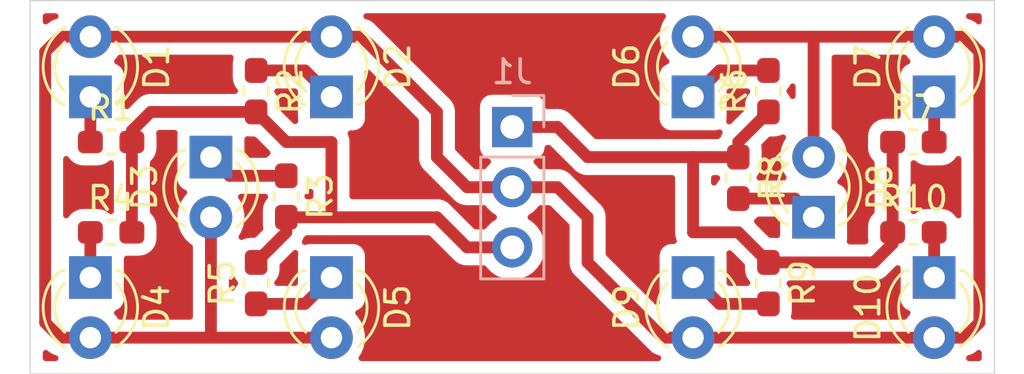
<source format=kicad_pcb>
(kicad_pcb (version 20171130) (host pcbnew "(5.1.5)-3")

  (general
    (thickness 1.6)
    (drawings 4)
    (tracks 72)
    (zones 0)
    (modules 21)
    (nets 14)
  )

  (page A4)
  (layers
    (0 F.Cu signal)
    (31 B.Cu signal)
    (32 B.Adhes user)
    (33 F.Adhes user)
    (34 B.Paste user)
    (35 F.Paste user)
    (36 B.SilkS user)
    (37 F.SilkS user)
    (38 B.Mask user)
    (39 F.Mask user)
    (40 Dwgs.User user)
    (41 Cmts.User user)
    (42 Eco1.User user)
    (43 Eco2.User user)
    (44 Edge.Cuts user)
    (45 Margin user)
    (46 B.CrtYd user)
    (47 F.CrtYd user)
    (48 B.Fab user)
    (49 F.Fab user)
  )

  (setup
    (last_trace_width 0.5)
    (user_trace_width 0.35)
    (user_trace_width 0.5)
    (trace_clearance 0.2)
    (zone_clearance 0.508)
    (zone_45_only no)
    (trace_min 0.2)
    (via_size 0.8)
    (via_drill 0.4)
    (via_min_size 0.4)
    (via_min_drill 0.3)
    (uvia_size 0.3)
    (uvia_drill 0.1)
    (uvias_allowed no)
    (uvia_min_size 0.2)
    (uvia_min_drill 0.1)
    (edge_width 0.05)
    (segment_width 0.2)
    (pcb_text_width 0.3)
    (pcb_text_size 1.5 1.5)
    (mod_edge_width 0.12)
    (mod_text_size 1 1)
    (mod_text_width 0.15)
    (pad_size 1.524 1.524)
    (pad_drill 0.762)
    (pad_to_mask_clearance 0.051)
    (solder_mask_min_width 0.25)
    (aux_axis_origin 0 0)
    (visible_elements 7FFFFFFF)
    (pcbplotparams
      (layerselection 0x010fc_ffffffff)
      (usegerberextensions false)
      (usegerberattributes false)
      (usegerberadvancedattributes false)
      (creategerberjobfile false)
      (excludeedgelayer true)
      (linewidth 0.100000)
      (plotframeref false)
      (viasonmask false)
      (mode 1)
      (useauxorigin false)
      (hpglpennumber 1)
      (hpglpenspeed 20)
      (hpglpendiameter 15.000000)
      (psnegative false)
      (psa4output false)
      (plotreference true)
      (plotvalue true)
      (plotinvisibletext false)
      (padsonsilk false)
      (subtractmaskfromsilk false)
      (outputformat 1)
      (mirror false)
      (drillshape 1)
      (scaleselection 1)
      (outputdirectory ""))
  )

  (net 0 "")
  (net 1 "Net-(D1-Pad2)")
  (net 2 "Net-(D1-Pad1)")
  (net 3 "Net-(D2-Pad1)")
  (net 4 "Net-(D3-Pad1)")
  (net 5 "Net-(D4-Pad1)")
  (net 6 "Net-(D5-Pad1)")
  (net 7 "Net-(D6-Pad1)")
  (net 8 "Net-(D7-Pad1)")
  (net 9 "Net-(D8-Pad1)")
  (net 10 "Net-(D9-Pad1)")
  (net 11 "Net-(D10-Pad1)")
  (net 12 "Net-(J1-Pad3)")
  (net 13 "Net-(J1-Pad1)")

  (net_class Default "This is the default net class."
    (clearance 0.2)
    (trace_width 0.25)
    (via_dia 0.8)
    (via_drill 0.4)
    (uvia_dia 0.3)
    (uvia_drill 0.1)
    (add_net "Net-(D1-Pad1)")
    (add_net "Net-(D1-Pad2)")
    (add_net "Net-(D10-Pad1)")
    (add_net "Net-(D2-Pad1)")
    (add_net "Net-(D3-Pad1)")
    (add_net "Net-(D4-Pad1)")
    (add_net "Net-(D5-Pad1)")
    (add_net "Net-(D6-Pad1)")
    (add_net "Net-(D7-Pad1)")
    (add_net "Net-(D8-Pad1)")
    (add_net "Net-(D9-Pad1)")
    (add_net "Net-(J1-Pad1)")
    (add_net "Net-(J1-Pad3)")
  )

  (module Resistor_SMD:R_0603_1608Metric_Pad1.05x0.95mm_HandSolder (layer F.Cu) (tedit 5B301BBD) (tstamp 5EAB8F91)
    (at 154.065 94.615)
    (descr "Resistor SMD 0603 (1608 Metric), square (rectangular) end terminal, IPC_7351 nominal with elongated pad for handsoldering. (Body size source: http://www.tortai-tech.com/upload/download/2011102023233369053.pdf), generated with kicad-footprint-generator")
    (tags "resistor handsolder")
    (path /5DEA3CFE)
    (attr smd)
    (fp_text reference R10 (at 0 -1.43) (layer F.SilkS)
      (effects (font (size 1 1) (thickness 0.15)))
    )
    (fp_text value 1k (at 0 1.43) (layer F.Fab)
      (effects (font (size 1 1) (thickness 0.15)))
    )
    (fp_text user %R (at 0 0) (layer F.Fab)
      (effects (font (size 0.4 0.4) (thickness 0.06)))
    )
    (fp_line (start 1.65 0.73) (end -1.65 0.73) (layer F.CrtYd) (width 0.05))
    (fp_line (start 1.65 -0.73) (end 1.65 0.73) (layer F.CrtYd) (width 0.05))
    (fp_line (start -1.65 -0.73) (end 1.65 -0.73) (layer F.CrtYd) (width 0.05))
    (fp_line (start -1.65 0.73) (end -1.65 -0.73) (layer F.CrtYd) (width 0.05))
    (fp_line (start -0.171267 0.51) (end 0.171267 0.51) (layer F.SilkS) (width 0.12))
    (fp_line (start -0.171267 -0.51) (end 0.171267 -0.51) (layer F.SilkS) (width 0.12))
    (fp_line (start 0.8 0.4) (end -0.8 0.4) (layer F.Fab) (width 0.1))
    (fp_line (start 0.8 -0.4) (end 0.8 0.4) (layer F.Fab) (width 0.1))
    (fp_line (start -0.8 -0.4) (end 0.8 -0.4) (layer F.Fab) (width 0.1))
    (fp_line (start -0.8 0.4) (end -0.8 -0.4) (layer F.Fab) (width 0.1))
    (pad 2 smd roundrect (at 0.875 0) (size 1.05 0.95) (layers F.Cu F.Paste F.Mask) (roundrect_rratio 0.25)
      (net 11 "Net-(D10-Pad1)"))
    (pad 1 smd roundrect (at -0.875 0) (size 1.05 0.95) (layers F.Cu F.Paste F.Mask) (roundrect_rratio 0.25)
      (net 13 "Net-(J1-Pad1)"))
    (model ${KISYS3DMOD}/Resistor_SMD.3dshapes/R_0603_1608Metric.wrl
      (at (xyz 0 0 0))
      (scale (xyz 1 1 1))
      (rotate (xyz 0 0 0))
    )
  )

  (module Resistor_SMD:R_0603_1608Metric_Pad1.05x0.95mm_HandSolder (layer F.Cu) (tedit 5B301BBD) (tstamp 5EABAE5B)
    (at 147.955 96.76 270)
    (descr "Resistor SMD 0603 (1608 Metric), square (rectangular) end terminal, IPC_7351 nominal with elongated pad for handsoldering. (Body size source: http://www.tortai-tech.com/upload/download/2011102023233369053.pdf), generated with kicad-footprint-generator")
    (tags "resistor handsolder")
    (path /5DEA3CF4)
    (attr smd)
    (fp_text reference R9 (at 0 -1.43 90) (layer F.SilkS)
      (effects (font (size 1 1) (thickness 0.15)))
    )
    (fp_text value 1k (at 0 1.43 90) (layer F.Fab)
      (effects (font (size 1 1) (thickness 0.15)))
    )
    (fp_text user %R (at 0 0 90) (layer F.Fab)
      (effects (font (size 0.4 0.4) (thickness 0.06)))
    )
    (fp_line (start 1.65 0.73) (end -1.65 0.73) (layer F.CrtYd) (width 0.05))
    (fp_line (start 1.65 -0.73) (end 1.65 0.73) (layer F.CrtYd) (width 0.05))
    (fp_line (start -1.65 -0.73) (end 1.65 -0.73) (layer F.CrtYd) (width 0.05))
    (fp_line (start -1.65 0.73) (end -1.65 -0.73) (layer F.CrtYd) (width 0.05))
    (fp_line (start -0.171267 0.51) (end 0.171267 0.51) (layer F.SilkS) (width 0.12))
    (fp_line (start -0.171267 -0.51) (end 0.171267 -0.51) (layer F.SilkS) (width 0.12))
    (fp_line (start 0.8 0.4) (end -0.8 0.4) (layer F.Fab) (width 0.1))
    (fp_line (start 0.8 -0.4) (end 0.8 0.4) (layer F.Fab) (width 0.1))
    (fp_line (start -0.8 -0.4) (end 0.8 -0.4) (layer F.Fab) (width 0.1))
    (fp_line (start -0.8 0.4) (end -0.8 -0.4) (layer F.Fab) (width 0.1))
    (pad 2 smd roundrect (at 0.875 0 270) (size 1.05 0.95) (layers F.Cu F.Paste F.Mask) (roundrect_rratio 0.25)
      (net 10 "Net-(D9-Pad1)"))
    (pad 1 smd roundrect (at -0.875 0 270) (size 1.05 0.95) (layers F.Cu F.Paste F.Mask) (roundrect_rratio 0.25)
      (net 13 "Net-(J1-Pad1)"))
    (model ${KISYS3DMOD}/Resistor_SMD.3dshapes/R_0603_1608Metric.wrl
      (at (xyz 0 0 0))
      (scale (xyz 1 1 1))
      (rotate (xyz 0 0 0))
    )
  )

  (module Resistor_SMD:R_0603_1608Metric_Pad1.05x0.95mm_HandSolder (layer F.Cu) (tedit 5B301BBD) (tstamp 5EABAEED)
    (at 146.685 92.315 270)
    (descr "Resistor SMD 0603 (1608 Metric), square (rectangular) end terminal, IPC_7351 nominal with elongated pad for handsoldering. (Body size source: http://www.tortai-tech.com/upload/download/2011102023233369053.pdf), generated with kicad-footprint-generator")
    (tags "resistor handsolder")
    (path /5DEA3CEA)
    (attr smd)
    (fp_text reference R8 (at 0 -1.43 90) (layer F.SilkS)
      (effects (font (size 1 1) (thickness 0.15)))
    )
    (fp_text value 1k (at 0 1.43 90) (layer F.Fab)
      (effects (font (size 1 1) (thickness 0.15)))
    )
    (fp_text user %R (at 0 0 90) (layer F.Fab)
      (effects (font (size 0.4 0.4) (thickness 0.06)))
    )
    (fp_line (start 1.65 0.73) (end -1.65 0.73) (layer F.CrtYd) (width 0.05))
    (fp_line (start 1.65 -0.73) (end 1.65 0.73) (layer F.CrtYd) (width 0.05))
    (fp_line (start -1.65 -0.73) (end 1.65 -0.73) (layer F.CrtYd) (width 0.05))
    (fp_line (start -1.65 0.73) (end -1.65 -0.73) (layer F.CrtYd) (width 0.05))
    (fp_line (start -0.171267 0.51) (end 0.171267 0.51) (layer F.SilkS) (width 0.12))
    (fp_line (start -0.171267 -0.51) (end 0.171267 -0.51) (layer F.SilkS) (width 0.12))
    (fp_line (start 0.8 0.4) (end -0.8 0.4) (layer F.Fab) (width 0.1))
    (fp_line (start 0.8 -0.4) (end 0.8 0.4) (layer F.Fab) (width 0.1))
    (fp_line (start -0.8 -0.4) (end 0.8 -0.4) (layer F.Fab) (width 0.1))
    (fp_line (start -0.8 0.4) (end -0.8 -0.4) (layer F.Fab) (width 0.1))
    (pad 2 smd roundrect (at 0.875 0 270) (size 1.05 0.95) (layers F.Cu F.Paste F.Mask) (roundrect_rratio 0.25)
      (net 9 "Net-(D8-Pad1)"))
    (pad 1 smd roundrect (at -0.875 0 270) (size 1.05 0.95) (layers F.Cu F.Paste F.Mask) (roundrect_rratio 0.25)
      (net 13 "Net-(J1-Pad1)"))
    (model ${KISYS3DMOD}/Resistor_SMD.3dshapes/R_0603_1608Metric.wrl
      (at (xyz 0 0 0))
      (scale (xyz 1 1 1))
      (rotate (xyz 0 0 0))
    )
  )

  (module Resistor_SMD:R_0603_1608Metric_Pad1.05x0.95mm_HandSolder (layer F.Cu) (tedit 5B301BBD) (tstamp 5EAB9398)
    (at 154.065 90.805)
    (descr "Resistor SMD 0603 (1608 Metric), square (rectangular) end terminal, IPC_7351 nominal with elongated pad for handsoldering. (Body size source: http://www.tortai-tech.com/upload/download/2011102023233369053.pdf), generated with kicad-footprint-generator")
    (tags "resistor handsolder")
    (path /5DEA3CE0)
    (attr smd)
    (fp_text reference R7 (at 0 -1.43) (layer F.SilkS)
      (effects (font (size 1 1) (thickness 0.15)))
    )
    (fp_text value 1k (at 0 1.43) (layer F.Fab)
      (effects (font (size 1 1) (thickness 0.15)))
    )
    (fp_text user %R (at 0 0) (layer F.Fab)
      (effects (font (size 0.4 0.4) (thickness 0.06)))
    )
    (fp_line (start 1.65 0.73) (end -1.65 0.73) (layer F.CrtYd) (width 0.05))
    (fp_line (start 1.65 -0.73) (end 1.65 0.73) (layer F.CrtYd) (width 0.05))
    (fp_line (start -1.65 -0.73) (end 1.65 -0.73) (layer F.CrtYd) (width 0.05))
    (fp_line (start -1.65 0.73) (end -1.65 -0.73) (layer F.CrtYd) (width 0.05))
    (fp_line (start -0.171267 0.51) (end 0.171267 0.51) (layer F.SilkS) (width 0.12))
    (fp_line (start -0.171267 -0.51) (end 0.171267 -0.51) (layer F.SilkS) (width 0.12))
    (fp_line (start 0.8 0.4) (end -0.8 0.4) (layer F.Fab) (width 0.1))
    (fp_line (start 0.8 -0.4) (end 0.8 0.4) (layer F.Fab) (width 0.1))
    (fp_line (start -0.8 -0.4) (end 0.8 -0.4) (layer F.Fab) (width 0.1))
    (fp_line (start -0.8 0.4) (end -0.8 -0.4) (layer F.Fab) (width 0.1))
    (pad 2 smd roundrect (at 0.875 0) (size 1.05 0.95) (layers F.Cu F.Paste F.Mask) (roundrect_rratio 0.25)
      (net 8 "Net-(D7-Pad1)"))
    (pad 1 smd roundrect (at -0.875 0) (size 1.05 0.95) (layers F.Cu F.Paste F.Mask) (roundrect_rratio 0.25)
      (net 13 "Net-(J1-Pad1)"))
    (model ${KISYS3DMOD}/Resistor_SMD.3dshapes/R_0603_1608Metric.wrl
      (at (xyz 0 0 0))
      (scale (xyz 1 1 1))
      (rotate (xyz 0 0 0))
    )
  )

  (module Resistor_SMD:R_0603_1608Metric_Pad1.05x0.95mm_HandSolder (layer F.Cu) (tedit 5B301BBD) (tstamp 5EAB5BD4)
    (at 147.955 88.66 90)
    (descr "Resistor SMD 0603 (1608 Metric), square (rectangular) end terminal, IPC_7351 nominal with elongated pad for handsoldering. (Body size source: http://www.tortai-tech.com/upload/download/2011102023233369053.pdf), generated with kicad-footprint-generator")
    (tags "resistor handsolder")
    (path /5DEA3CD6)
    (attr smd)
    (fp_text reference R6 (at 0 -1.43 90) (layer F.SilkS)
      (effects (font (size 1 1) (thickness 0.15)))
    )
    (fp_text value 1k (at 0 1.43 90) (layer F.Fab)
      (effects (font (size 1 1) (thickness 0.15)))
    )
    (fp_text user %R (at 0 0 90) (layer F.Fab)
      (effects (font (size 0.4 0.4) (thickness 0.06)))
    )
    (fp_line (start 1.65 0.73) (end -1.65 0.73) (layer F.CrtYd) (width 0.05))
    (fp_line (start 1.65 -0.73) (end 1.65 0.73) (layer F.CrtYd) (width 0.05))
    (fp_line (start -1.65 -0.73) (end 1.65 -0.73) (layer F.CrtYd) (width 0.05))
    (fp_line (start -1.65 0.73) (end -1.65 -0.73) (layer F.CrtYd) (width 0.05))
    (fp_line (start -0.171267 0.51) (end 0.171267 0.51) (layer F.SilkS) (width 0.12))
    (fp_line (start -0.171267 -0.51) (end 0.171267 -0.51) (layer F.SilkS) (width 0.12))
    (fp_line (start 0.8 0.4) (end -0.8 0.4) (layer F.Fab) (width 0.1))
    (fp_line (start 0.8 -0.4) (end 0.8 0.4) (layer F.Fab) (width 0.1))
    (fp_line (start -0.8 -0.4) (end 0.8 -0.4) (layer F.Fab) (width 0.1))
    (fp_line (start -0.8 0.4) (end -0.8 -0.4) (layer F.Fab) (width 0.1))
    (pad 2 smd roundrect (at 0.875 0 90) (size 1.05 0.95) (layers F.Cu F.Paste F.Mask) (roundrect_rratio 0.25)
      (net 7 "Net-(D6-Pad1)"))
    (pad 1 smd roundrect (at -0.875 0 90) (size 1.05 0.95) (layers F.Cu F.Paste F.Mask) (roundrect_rratio 0.25)
      (net 13 "Net-(J1-Pad1)"))
    (model ${KISYS3DMOD}/Resistor_SMD.3dshapes/R_0603_1608Metric.wrl
      (at (xyz 0 0 0))
      (scale (xyz 1 1 1))
      (rotate (xyz 0 0 0))
    )
  )

  (module Resistor_SMD:R_0603_1608Metric_Pad1.05x0.95mm_HandSolder (layer F.Cu) (tedit 5B301BBD) (tstamp 5EABAC28)
    (at 126.365 96.76 90)
    (descr "Resistor SMD 0603 (1608 Metric), square (rectangular) end terminal, IPC_7351 nominal with elongated pad for handsoldering. (Body size source: http://www.tortai-tech.com/upload/download/2011102023233369053.pdf), generated with kicad-footprint-generator")
    (tags "resistor handsolder")
    (path /5DEA1ACA)
    (attr smd)
    (fp_text reference R5 (at 0 -1.43 90) (layer F.SilkS)
      (effects (font (size 1 1) (thickness 0.15)))
    )
    (fp_text value 1k (at 0 1.43 90) (layer F.Fab)
      (effects (font (size 1 1) (thickness 0.15)))
    )
    (fp_text user %R (at 0 0 90) (layer F.Fab)
      (effects (font (size 0.4 0.4) (thickness 0.06)))
    )
    (fp_line (start 1.65 0.73) (end -1.65 0.73) (layer F.CrtYd) (width 0.05))
    (fp_line (start 1.65 -0.73) (end 1.65 0.73) (layer F.CrtYd) (width 0.05))
    (fp_line (start -1.65 -0.73) (end 1.65 -0.73) (layer F.CrtYd) (width 0.05))
    (fp_line (start -1.65 0.73) (end -1.65 -0.73) (layer F.CrtYd) (width 0.05))
    (fp_line (start -0.171267 0.51) (end 0.171267 0.51) (layer F.SilkS) (width 0.12))
    (fp_line (start -0.171267 -0.51) (end 0.171267 -0.51) (layer F.SilkS) (width 0.12))
    (fp_line (start 0.8 0.4) (end -0.8 0.4) (layer F.Fab) (width 0.1))
    (fp_line (start 0.8 -0.4) (end 0.8 0.4) (layer F.Fab) (width 0.1))
    (fp_line (start -0.8 -0.4) (end 0.8 -0.4) (layer F.Fab) (width 0.1))
    (fp_line (start -0.8 0.4) (end -0.8 -0.4) (layer F.Fab) (width 0.1))
    (pad 2 smd roundrect (at 0.875 0 90) (size 1.05 0.95) (layers F.Cu F.Paste F.Mask) (roundrect_rratio 0.25)
      (net 12 "Net-(J1-Pad3)"))
    (pad 1 smd roundrect (at -0.875 0 90) (size 1.05 0.95) (layers F.Cu F.Paste F.Mask) (roundrect_rratio 0.25)
      (net 6 "Net-(D5-Pad1)"))
    (model ${KISYS3DMOD}/Resistor_SMD.3dshapes/R_0603_1608Metric.wrl
      (at (xyz 0 0 0))
      (scale (xyz 1 1 1))
      (rotate (xyz 0 0 0))
    )
  )

  (module Resistor_SMD:R_0603_1608Metric_Pad1.05x0.95mm_HandSolder (layer F.Cu) (tedit 5B301BBD) (tstamp 5EABAAA2)
    (at 120.255 94.615)
    (descr "Resistor SMD 0603 (1608 Metric), square (rectangular) end terminal, IPC_7351 nominal with elongated pad for handsoldering. (Body size source: http://www.tortai-tech.com/upload/download/2011102023233369053.pdf), generated with kicad-footprint-generator")
    (tags "resistor handsolder")
    (path /5DEA176E)
    (attr smd)
    (fp_text reference R4 (at 0 -1.43) (layer F.SilkS)
      (effects (font (size 1 1) (thickness 0.15)))
    )
    (fp_text value 1k (at 0 1.43) (layer F.Fab)
      (effects (font (size 1 1) (thickness 0.15)))
    )
    (fp_text user %R (at 0 0) (layer F.Fab)
      (effects (font (size 0.4 0.4) (thickness 0.06)))
    )
    (fp_line (start 1.65 0.73) (end -1.65 0.73) (layer F.CrtYd) (width 0.05))
    (fp_line (start 1.65 -0.73) (end 1.65 0.73) (layer F.CrtYd) (width 0.05))
    (fp_line (start -1.65 -0.73) (end 1.65 -0.73) (layer F.CrtYd) (width 0.05))
    (fp_line (start -1.65 0.73) (end -1.65 -0.73) (layer F.CrtYd) (width 0.05))
    (fp_line (start -0.171267 0.51) (end 0.171267 0.51) (layer F.SilkS) (width 0.12))
    (fp_line (start -0.171267 -0.51) (end 0.171267 -0.51) (layer F.SilkS) (width 0.12))
    (fp_line (start 0.8 0.4) (end -0.8 0.4) (layer F.Fab) (width 0.1))
    (fp_line (start 0.8 -0.4) (end 0.8 0.4) (layer F.Fab) (width 0.1))
    (fp_line (start -0.8 -0.4) (end 0.8 -0.4) (layer F.Fab) (width 0.1))
    (fp_line (start -0.8 0.4) (end -0.8 -0.4) (layer F.Fab) (width 0.1))
    (pad 2 smd roundrect (at 0.875 0) (size 1.05 0.95) (layers F.Cu F.Paste F.Mask) (roundrect_rratio 0.25)
      (net 12 "Net-(J1-Pad3)"))
    (pad 1 smd roundrect (at -0.875 0) (size 1.05 0.95) (layers F.Cu F.Paste F.Mask) (roundrect_rratio 0.25)
      (net 5 "Net-(D4-Pad1)"))
    (model ${KISYS3DMOD}/Resistor_SMD.3dshapes/R_0603_1608Metric.wrl
      (at (xyz 0 0 0))
      (scale (xyz 1 1 1))
      (rotate (xyz 0 0 0))
    )
  )

  (module Resistor_SMD:R_0603_1608Metric_Pad1.05x0.95mm_HandSolder (layer F.Cu) (tedit 5B301BBD) (tstamp 5EAB7C00)
    (at 127.635 93.105 270)
    (descr "Resistor SMD 0603 (1608 Metric), square (rectangular) end terminal, IPC_7351 nominal with elongated pad for handsoldering. (Body size source: http://www.tortai-tech.com/upload/download/2011102023233369053.pdf), generated with kicad-footprint-generator")
    (tags "resistor handsolder")
    (path /5DEA157D)
    (attr smd)
    (fp_text reference R3 (at 0 -1.43 90) (layer F.SilkS)
      (effects (font (size 1 1) (thickness 0.15)))
    )
    (fp_text value 1k (at 0 1.43 90) (layer F.Fab)
      (effects (font (size 1 1) (thickness 0.15)))
    )
    (fp_text user %R (at 0 0 90) (layer F.Fab)
      (effects (font (size 0.4 0.4) (thickness 0.06)))
    )
    (fp_line (start 1.65 0.73) (end -1.65 0.73) (layer F.CrtYd) (width 0.05))
    (fp_line (start 1.65 -0.73) (end 1.65 0.73) (layer F.CrtYd) (width 0.05))
    (fp_line (start -1.65 -0.73) (end 1.65 -0.73) (layer F.CrtYd) (width 0.05))
    (fp_line (start -1.65 0.73) (end -1.65 -0.73) (layer F.CrtYd) (width 0.05))
    (fp_line (start -0.171267 0.51) (end 0.171267 0.51) (layer F.SilkS) (width 0.12))
    (fp_line (start -0.171267 -0.51) (end 0.171267 -0.51) (layer F.SilkS) (width 0.12))
    (fp_line (start 0.8 0.4) (end -0.8 0.4) (layer F.Fab) (width 0.1))
    (fp_line (start 0.8 -0.4) (end 0.8 0.4) (layer F.Fab) (width 0.1))
    (fp_line (start -0.8 -0.4) (end 0.8 -0.4) (layer F.Fab) (width 0.1))
    (fp_line (start -0.8 0.4) (end -0.8 -0.4) (layer F.Fab) (width 0.1))
    (pad 2 smd roundrect (at 0.875 0 270) (size 1.05 0.95) (layers F.Cu F.Paste F.Mask) (roundrect_rratio 0.25)
      (net 12 "Net-(J1-Pad3)"))
    (pad 1 smd roundrect (at -0.875 0 270) (size 1.05 0.95) (layers F.Cu F.Paste F.Mask) (roundrect_rratio 0.25)
      (net 4 "Net-(D3-Pad1)"))
    (model ${KISYS3DMOD}/Resistor_SMD.3dshapes/R_0603_1608Metric.wrl
      (at (xyz 0 0 0))
      (scale (xyz 1 1 1))
      (rotate (xyz 0 0 0))
    )
  )

  (module Resistor_SMD:R_0603_1608Metric_Pad1.05x0.95mm_HandSolder (layer F.Cu) (tedit 5B301BBD) (tstamp 5EAB5B90)
    (at 126.365 88.66 270)
    (descr "Resistor SMD 0603 (1608 Metric), square (rectangular) end terminal, IPC_7351 nominal with elongated pad for handsoldering. (Body size source: http://www.tortai-tech.com/upload/download/2011102023233369053.pdf), generated with kicad-footprint-generator")
    (tags "resistor handsolder")
    (path /5DEA1318)
    (attr smd)
    (fp_text reference R2 (at 0 -1.43 90) (layer F.SilkS)
      (effects (font (size 1 1) (thickness 0.15)))
    )
    (fp_text value 1k (at 0 1.43 90) (layer F.Fab)
      (effects (font (size 1 1) (thickness 0.15)))
    )
    (fp_text user %R (at 0 0 90) (layer F.Fab)
      (effects (font (size 0.4 0.4) (thickness 0.06)))
    )
    (fp_line (start 1.65 0.73) (end -1.65 0.73) (layer F.CrtYd) (width 0.05))
    (fp_line (start 1.65 -0.73) (end 1.65 0.73) (layer F.CrtYd) (width 0.05))
    (fp_line (start -1.65 -0.73) (end 1.65 -0.73) (layer F.CrtYd) (width 0.05))
    (fp_line (start -1.65 0.73) (end -1.65 -0.73) (layer F.CrtYd) (width 0.05))
    (fp_line (start -0.171267 0.51) (end 0.171267 0.51) (layer F.SilkS) (width 0.12))
    (fp_line (start -0.171267 -0.51) (end 0.171267 -0.51) (layer F.SilkS) (width 0.12))
    (fp_line (start 0.8 0.4) (end -0.8 0.4) (layer F.Fab) (width 0.1))
    (fp_line (start 0.8 -0.4) (end 0.8 0.4) (layer F.Fab) (width 0.1))
    (fp_line (start -0.8 -0.4) (end 0.8 -0.4) (layer F.Fab) (width 0.1))
    (fp_line (start -0.8 0.4) (end -0.8 -0.4) (layer F.Fab) (width 0.1))
    (pad 2 smd roundrect (at 0.875 0 270) (size 1.05 0.95) (layers F.Cu F.Paste F.Mask) (roundrect_rratio 0.25)
      (net 12 "Net-(J1-Pad3)"))
    (pad 1 smd roundrect (at -0.875 0 270) (size 1.05 0.95) (layers F.Cu F.Paste F.Mask) (roundrect_rratio 0.25)
      (net 3 "Net-(D2-Pad1)"))
    (model ${KISYS3DMOD}/Resistor_SMD.3dshapes/R_0603_1608Metric.wrl
      (at (xyz 0 0 0))
      (scale (xyz 1 1 1))
      (rotate (xyz 0 0 0))
    )
  )

  (module Resistor_SMD:R_0603_1608Metric_Pad1.05x0.95mm_HandSolder (layer F.Cu) (tedit 5B301BBD) (tstamp 5EABAB34)
    (at 120.255 90.805)
    (descr "Resistor SMD 0603 (1608 Metric), square (rectangular) end terminal, IPC_7351 nominal with elongated pad for handsoldering. (Body size source: http://www.tortai-tech.com/upload/download/2011102023233369053.pdf), generated with kicad-footprint-generator")
    (tags "resistor handsolder")
    (path /5DE81501)
    (attr smd)
    (fp_text reference R1 (at 0 -1.43) (layer F.SilkS)
      (effects (font (size 1 1) (thickness 0.15)))
    )
    (fp_text value 1k (at 0 1.43) (layer F.Fab)
      (effects (font (size 1 1) (thickness 0.15)))
    )
    (fp_text user %R (at 0 0) (layer F.Fab)
      (effects (font (size 0.4 0.4) (thickness 0.06)))
    )
    (fp_line (start 1.65 0.73) (end -1.65 0.73) (layer F.CrtYd) (width 0.05))
    (fp_line (start 1.65 -0.73) (end 1.65 0.73) (layer F.CrtYd) (width 0.05))
    (fp_line (start -1.65 -0.73) (end 1.65 -0.73) (layer F.CrtYd) (width 0.05))
    (fp_line (start -1.65 0.73) (end -1.65 -0.73) (layer F.CrtYd) (width 0.05))
    (fp_line (start -0.171267 0.51) (end 0.171267 0.51) (layer F.SilkS) (width 0.12))
    (fp_line (start -0.171267 -0.51) (end 0.171267 -0.51) (layer F.SilkS) (width 0.12))
    (fp_line (start 0.8 0.4) (end -0.8 0.4) (layer F.Fab) (width 0.1))
    (fp_line (start 0.8 -0.4) (end 0.8 0.4) (layer F.Fab) (width 0.1))
    (fp_line (start -0.8 -0.4) (end 0.8 -0.4) (layer F.Fab) (width 0.1))
    (fp_line (start -0.8 0.4) (end -0.8 -0.4) (layer F.Fab) (width 0.1))
    (pad 2 smd roundrect (at 0.875 0) (size 1.05 0.95) (layers F.Cu F.Paste F.Mask) (roundrect_rratio 0.25)
      (net 12 "Net-(J1-Pad3)"))
    (pad 1 smd roundrect (at -0.875 0) (size 1.05 0.95) (layers F.Cu F.Paste F.Mask) (roundrect_rratio 0.25)
      (net 2 "Net-(D1-Pad1)"))
    (model ${KISYS3DMOD}/Resistor_SMD.3dshapes/R_0603_1608Metric.wrl
      (at (xyz 0 0 0))
      (scale (xyz 1 1 1))
      (rotate (xyz 0 0 0))
    )
  )

  (module Connector_PinHeader_2.54mm:PinHeader_1x03_P2.54mm_Vertical (layer B.Cu) (tedit 59FED5CC) (tstamp 5EAB5DC6)
    (at 137.16 90.17 180)
    (descr "Through hole straight pin header, 1x03, 2.54mm pitch, single row")
    (tags "Through hole pin header THT 1x03 2.54mm single row")
    (path /5EC25999)
    (fp_text reference J1 (at 0 2.33) (layer B.SilkS)
      (effects (font (size 1 1) (thickness 0.15)) (justify mirror))
    )
    (fp_text value Conn_01x03_Male (at 0 -7.41) (layer B.Fab)
      (effects (font (size 1 1) (thickness 0.15)) (justify mirror))
    )
    (fp_text user %R (at 0 -2.54 270) (layer B.Fab)
      (effects (font (size 1 1) (thickness 0.15)) (justify mirror))
    )
    (fp_line (start 1.8 1.8) (end -1.8 1.8) (layer B.CrtYd) (width 0.05))
    (fp_line (start 1.8 -6.85) (end 1.8 1.8) (layer B.CrtYd) (width 0.05))
    (fp_line (start -1.8 -6.85) (end 1.8 -6.85) (layer B.CrtYd) (width 0.05))
    (fp_line (start -1.8 1.8) (end -1.8 -6.85) (layer B.CrtYd) (width 0.05))
    (fp_line (start -1.33 1.33) (end 0 1.33) (layer B.SilkS) (width 0.12))
    (fp_line (start -1.33 0) (end -1.33 1.33) (layer B.SilkS) (width 0.12))
    (fp_line (start -1.33 -1.27) (end 1.33 -1.27) (layer B.SilkS) (width 0.12))
    (fp_line (start 1.33 -1.27) (end 1.33 -6.41) (layer B.SilkS) (width 0.12))
    (fp_line (start -1.33 -1.27) (end -1.33 -6.41) (layer B.SilkS) (width 0.12))
    (fp_line (start -1.33 -6.41) (end 1.33 -6.41) (layer B.SilkS) (width 0.12))
    (fp_line (start -1.27 0.635) (end -0.635 1.27) (layer B.Fab) (width 0.1))
    (fp_line (start -1.27 -6.35) (end -1.27 0.635) (layer B.Fab) (width 0.1))
    (fp_line (start 1.27 -6.35) (end -1.27 -6.35) (layer B.Fab) (width 0.1))
    (fp_line (start 1.27 1.27) (end 1.27 -6.35) (layer B.Fab) (width 0.1))
    (fp_line (start -0.635 1.27) (end 1.27 1.27) (layer B.Fab) (width 0.1))
    (pad 3 thru_hole oval (at 0 -5.08 180) (size 1.7 1.7) (drill 1) (layers *.Cu *.Mask)
      (net 12 "Net-(J1-Pad3)"))
    (pad 2 thru_hole oval (at 0 -2.54 180) (size 1.7 1.7) (drill 1) (layers *.Cu *.Mask)
      (net 1 "Net-(D1-Pad2)"))
    (pad 1 thru_hole rect (at 0 0 180) (size 1.7 1.7) (drill 1) (layers *.Cu *.Mask)
      (net 13 "Net-(J1-Pad1)"))
    (model ${KISYS3DMOD}/Connector_PinHeader_2.54mm.3dshapes/PinHeader_1x03_P2.54mm_Vertical.wrl
      (at (xyz 0 0 0))
      (scale (xyz 1 1 1))
      (rotate (xyz 0 0 0))
    )
  )

  (module LED_THT:LED_D3.0mm (layer F.Cu) (tedit 587A3A7B) (tstamp 5EAB68EA)
    (at 154.94 96.52 270)
    (descr "LED, diameter 3.0mm, 2 pins")
    (tags "LED diameter 3.0mm 2 pins")
    (path /5DE612C4)
    (fp_text reference D10 (at 1.27 2.794 90) (layer F.SilkS)
      (effects (font (size 1 1) (thickness 0.15)))
    )
    (fp_text value LED (at 1.27 2.96 90) (layer F.Fab)
      (effects (font (size 1 1) (thickness 0.15)))
    )
    (fp_line (start 3.7 -2.25) (end -1.15 -2.25) (layer F.CrtYd) (width 0.05))
    (fp_line (start 3.7 2.25) (end 3.7 -2.25) (layer F.CrtYd) (width 0.05))
    (fp_line (start -1.15 2.25) (end 3.7 2.25) (layer F.CrtYd) (width 0.05))
    (fp_line (start -1.15 -2.25) (end -1.15 2.25) (layer F.CrtYd) (width 0.05))
    (fp_line (start -0.29 1.08) (end -0.29 1.236) (layer F.SilkS) (width 0.12))
    (fp_line (start -0.29 -1.236) (end -0.29 -1.08) (layer F.SilkS) (width 0.12))
    (fp_line (start -0.23 -1.16619) (end -0.23 1.16619) (layer F.Fab) (width 0.1))
    (fp_circle (center 1.27 0) (end 2.77 0) (layer F.Fab) (width 0.1))
    (fp_arc (start 1.27 0) (end 0.229039 1.08) (angle -87.9) (layer F.SilkS) (width 0.12))
    (fp_arc (start 1.27 0) (end 0.229039 -1.08) (angle 87.9) (layer F.SilkS) (width 0.12))
    (fp_arc (start 1.27 0) (end -0.29 1.235516) (angle -108.8) (layer F.SilkS) (width 0.12))
    (fp_arc (start 1.27 0) (end -0.29 -1.235516) (angle 108.8) (layer F.SilkS) (width 0.12))
    (fp_arc (start 1.27 0) (end -0.23 -1.16619) (angle 284.3) (layer F.Fab) (width 0.1))
    (pad 2 thru_hole circle (at 2.54 0 270) (size 1.8 1.8) (drill 0.9) (layers *.Cu *.Mask)
      (net 1 "Net-(D1-Pad2)"))
    (pad 1 thru_hole rect (at 0 0 270) (size 1.8 1.8) (drill 0.9) (layers *.Cu *.Mask)
      (net 11 "Net-(D10-Pad1)"))
    (model ${KISYS3DMOD}/LED_THT.3dshapes/LED_D3.0mm.wrl
      (at (xyz 0 0 0))
      (scale (xyz 1 1 1))
      (rotate (xyz 0 0 0))
    )
  )

  (module LED_THT:LED_D3.0mm (layer F.Cu) (tedit 587A3A7B) (tstamp 5EAB8AE8)
    (at 144.78 96.52 270)
    (descr "LED, diameter 3.0mm, 2 pins")
    (tags "LED diameter 3.0mm 2 pins")
    (path /5DE60E51)
    (fp_text reference D9 (at 1.27 2.794 90) (layer F.SilkS)
      (effects (font (size 1 1) (thickness 0.15)))
    )
    (fp_text value LED (at 1.27 2.96 90) (layer F.Fab)
      (effects (font (size 1 1) (thickness 0.15)))
    )
    (fp_line (start 3.7 -2.25) (end -1.15 -2.25) (layer F.CrtYd) (width 0.05))
    (fp_line (start 3.7 2.25) (end 3.7 -2.25) (layer F.CrtYd) (width 0.05))
    (fp_line (start -1.15 2.25) (end 3.7 2.25) (layer F.CrtYd) (width 0.05))
    (fp_line (start -1.15 -2.25) (end -1.15 2.25) (layer F.CrtYd) (width 0.05))
    (fp_line (start -0.29 1.08) (end -0.29 1.236) (layer F.SilkS) (width 0.12))
    (fp_line (start -0.29 -1.236) (end -0.29 -1.08) (layer F.SilkS) (width 0.12))
    (fp_line (start -0.23 -1.16619) (end -0.23 1.16619) (layer F.Fab) (width 0.1))
    (fp_circle (center 1.27 0) (end 2.77 0) (layer F.Fab) (width 0.1))
    (fp_arc (start 1.27 0) (end 0.229039 1.08) (angle -87.9) (layer F.SilkS) (width 0.12))
    (fp_arc (start 1.27 0) (end 0.229039 -1.08) (angle 87.9) (layer F.SilkS) (width 0.12))
    (fp_arc (start 1.27 0) (end -0.29 1.235516) (angle -108.8) (layer F.SilkS) (width 0.12))
    (fp_arc (start 1.27 0) (end -0.29 -1.235516) (angle 108.8) (layer F.SilkS) (width 0.12))
    (fp_arc (start 1.27 0) (end -0.23 -1.16619) (angle 284.3) (layer F.Fab) (width 0.1))
    (pad 2 thru_hole circle (at 2.54 0 270) (size 1.8 1.8) (drill 0.9) (layers *.Cu *.Mask)
      (net 1 "Net-(D1-Pad2)"))
    (pad 1 thru_hole rect (at 0 0 270) (size 1.8 1.8) (drill 0.9) (layers *.Cu *.Mask)
      (net 10 "Net-(D9-Pad1)"))
    (model ${KISYS3DMOD}/LED_THT.3dshapes/LED_D3.0mm.wrl
      (at (xyz 0 0 0))
      (scale (xyz 1 1 1))
      (rotate (xyz 0 0 0))
    )
  )

  (module LED_THT:LED_D3.0mm (layer F.Cu) (tedit 587A3A7B) (tstamp 5EAB5B31)
    (at 149.86 93.98 90)
    (descr "LED, diameter 3.0mm, 2 pins")
    (tags "LED diameter 3.0mm 2 pins")
    (path /5DE609D0)
    (fp_text reference D8 (at 1.27 2.794 90) (layer F.SilkS)
      (effects (font (size 1 1) (thickness 0.15)))
    )
    (fp_text value LED (at 1.27 2.96 90) (layer F.Fab)
      (effects (font (size 1 1) (thickness 0.15)))
    )
    (fp_line (start 3.7 -2.25) (end -1.15 -2.25) (layer F.CrtYd) (width 0.05))
    (fp_line (start 3.7 2.25) (end 3.7 -2.25) (layer F.CrtYd) (width 0.05))
    (fp_line (start -1.15 2.25) (end 3.7 2.25) (layer F.CrtYd) (width 0.05))
    (fp_line (start -1.15 -2.25) (end -1.15 2.25) (layer F.CrtYd) (width 0.05))
    (fp_line (start -0.29 1.08) (end -0.29 1.236) (layer F.SilkS) (width 0.12))
    (fp_line (start -0.29 -1.236) (end -0.29 -1.08) (layer F.SilkS) (width 0.12))
    (fp_line (start -0.23 -1.16619) (end -0.23 1.16619) (layer F.Fab) (width 0.1))
    (fp_circle (center 1.27 0) (end 2.77 0) (layer F.Fab) (width 0.1))
    (fp_arc (start 1.27 0) (end 0.229039 1.08) (angle -87.9) (layer F.SilkS) (width 0.12))
    (fp_arc (start 1.27 0) (end 0.229039 -1.08) (angle 87.9) (layer F.SilkS) (width 0.12))
    (fp_arc (start 1.27 0) (end -0.29 1.235516) (angle -108.8) (layer F.SilkS) (width 0.12))
    (fp_arc (start 1.27 0) (end -0.29 -1.235516) (angle 108.8) (layer F.SilkS) (width 0.12))
    (fp_arc (start 1.27 0) (end -0.23 -1.16619) (angle 284.3) (layer F.Fab) (width 0.1))
    (pad 2 thru_hole circle (at 2.54 0 90) (size 1.8 1.8) (drill 0.9) (layers *.Cu *.Mask)
      (net 1 "Net-(D1-Pad2)"))
    (pad 1 thru_hole rect (at 0 0 90) (size 1.8 1.8) (drill 0.9) (layers *.Cu *.Mask)
      (net 9 "Net-(D8-Pad1)"))
    (model ${KISYS3DMOD}/LED_THT.3dshapes/LED_D3.0mm.wrl
      (at (xyz 0 0 0))
      (scale (xyz 1 1 1))
      (rotate (xyz 0 0 0))
    )
  )

  (module LED_THT:LED_D3.0mm (layer F.Cu) (tedit 587A3A7B) (tstamp 5EAB677E)
    (at 154.94 88.9 90)
    (descr "LED, diameter 3.0mm, 2 pins")
    (tags "LED diameter 3.0mm 2 pins")
    (path /5DE5FD9D)
    (fp_text reference D7 (at 1.27 -2.794 90) (layer F.SilkS)
      (effects (font (size 1 1) (thickness 0.15)))
    )
    (fp_text value LED (at 1.27 2.96 90) (layer F.Fab)
      (effects (font (size 1 1) (thickness 0.15)))
    )
    (fp_line (start 3.7 -2.25) (end -1.15 -2.25) (layer F.CrtYd) (width 0.05))
    (fp_line (start 3.7 2.25) (end 3.7 -2.25) (layer F.CrtYd) (width 0.05))
    (fp_line (start -1.15 2.25) (end 3.7 2.25) (layer F.CrtYd) (width 0.05))
    (fp_line (start -1.15 -2.25) (end -1.15 2.25) (layer F.CrtYd) (width 0.05))
    (fp_line (start -0.29 1.08) (end -0.29 1.236) (layer F.SilkS) (width 0.12))
    (fp_line (start -0.29 -1.236) (end -0.29 -1.08) (layer F.SilkS) (width 0.12))
    (fp_line (start -0.23 -1.16619) (end -0.23 1.16619) (layer F.Fab) (width 0.1))
    (fp_circle (center 1.27 0) (end 2.77 0) (layer F.Fab) (width 0.1))
    (fp_arc (start 1.27 0) (end 0.229039 1.08) (angle -87.9) (layer F.SilkS) (width 0.12))
    (fp_arc (start 1.27 0) (end 0.229039 -1.08) (angle 87.9) (layer F.SilkS) (width 0.12))
    (fp_arc (start 1.27 0) (end -0.29 1.235516) (angle -108.8) (layer F.SilkS) (width 0.12))
    (fp_arc (start 1.27 0) (end -0.29 -1.235516) (angle 108.8) (layer F.SilkS) (width 0.12))
    (fp_arc (start 1.27 0) (end -0.23 -1.16619) (angle 284.3) (layer F.Fab) (width 0.1))
    (pad 2 thru_hole circle (at 2.54 0 90) (size 1.8 1.8) (drill 0.9) (layers *.Cu *.Mask)
      (net 1 "Net-(D1-Pad2)"))
    (pad 1 thru_hole rect (at 0 0 90) (size 1.8 1.8) (drill 0.9) (layers *.Cu *.Mask)
      (net 8 "Net-(D7-Pad1)"))
    (model ${KISYS3DMOD}/LED_THT.3dshapes/LED_D3.0mm.wrl
      (at (xyz 0 0 0))
      (scale (xyz 1 1 1))
      (rotate (xyz 0 0 0))
    )
  )

  (module LED_THT:LED_D3.0mm (layer F.Cu) (tedit 587A3A7B) (tstamp 5EAB5B0B)
    (at 144.78 88.9 90)
    (descr "LED, diameter 3.0mm, 2 pins")
    (tags "LED diameter 3.0mm 2 pins")
    (path /5DE5EFE6)
    (fp_text reference D6 (at 1.27 -2.794 90) (layer F.SilkS)
      (effects (font (size 1 1) (thickness 0.15)))
    )
    (fp_text value LED (at 1.27 2.96 90) (layer F.Fab)
      (effects (font (size 1 1) (thickness 0.15)))
    )
    (fp_line (start 3.7 -2.25) (end -1.15 -2.25) (layer F.CrtYd) (width 0.05))
    (fp_line (start 3.7 2.25) (end 3.7 -2.25) (layer F.CrtYd) (width 0.05))
    (fp_line (start -1.15 2.25) (end 3.7 2.25) (layer F.CrtYd) (width 0.05))
    (fp_line (start -1.15 -2.25) (end -1.15 2.25) (layer F.CrtYd) (width 0.05))
    (fp_line (start -0.29 1.08) (end -0.29 1.236) (layer F.SilkS) (width 0.12))
    (fp_line (start -0.29 -1.236) (end -0.29 -1.08) (layer F.SilkS) (width 0.12))
    (fp_line (start -0.23 -1.16619) (end -0.23 1.16619) (layer F.Fab) (width 0.1))
    (fp_circle (center 1.27 0) (end 2.77 0) (layer F.Fab) (width 0.1))
    (fp_arc (start 1.27 0) (end 0.229039 1.08) (angle -87.9) (layer F.SilkS) (width 0.12))
    (fp_arc (start 1.27 0) (end 0.229039 -1.08) (angle 87.9) (layer F.SilkS) (width 0.12))
    (fp_arc (start 1.27 0) (end -0.29 1.235516) (angle -108.8) (layer F.SilkS) (width 0.12))
    (fp_arc (start 1.27 0) (end -0.29 -1.235516) (angle 108.8) (layer F.SilkS) (width 0.12))
    (fp_arc (start 1.27 0) (end -0.23 -1.16619) (angle 284.3) (layer F.Fab) (width 0.1))
    (pad 2 thru_hole circle (at 2.54 0 90) (size 1.8 1.8) (drill 0.9) (layers *.Cu *.Mask)
      (net 1 "Net-(D1-Pad2)"))
    (pad 1 thru_hole rect (at 0 0 90) (size 1.8 1.8) (drill 0.9) (layers *.Cu *.Mask)
      (net 7 "Net-(D6-Pad1)"))
    (model ${KISYS3DMOD}/LED_THT.3dshapes/LED_D3.0mm.wrl
      (at (xyz 0 0 0))
      (scale (xyz 1 1 1))
      (rotate (xyz 0 0 0))
    )
  )

  (module LED_THT:LED_D3.0mm (layer F.Cu) (tedit 587A3A7B) (tstamp 5EAB5AF8)
    (at 129.54 96.52 270)
    (descr "LED, diameter 3.0mm, 2 pins")
    (tags "LED diameter 3.0mm 2 pins")
    (path /5DE61B69)
    (fp_text reference D5 (at 1.27 -2.794 90) (layer F.SilkS)
      (effects (font (size 1 1) (thickness 0.15)))
    )
    (fp_text value LED (at 1.27 2.96 90) (layer F.Fab)
      (effects (font (size 1 1) (thickness 0.15)))
    )
    (fp_line (start 3.7 -2.25) (end -1.15 -2.25) (layer F.CrtYd) (width 0.05))
    (fp_line (start 3.7 2.25) (end 3.7 -2.25) (layer F.CrtYd) (width 0.05))
    (fp_line (start -1.15 2.25) (end 3.7 2.25) (layer F.CrtYd) (width 0.05))
    (fp_line (start -1.15 -2.25) (end -1.15 2.25) (layer F.CrtYd) (width 0.05))
    (fp_line (start -0.29 1.08) (end -0.29 1.236) (layer F.SilkS) (width 0.12))
    (fp_line (start -0.29 -1.236) (end -0.29 -1.08) (layer F.SilkS) (width 0.12))
    (fp_line (start -0.23 -1.16619) (end -0.23 1.16619) (layer F.Fab) (width 0.1))
    (fp_circle (center 1.27 0) (end 2.77 0) (layer F.Fab) (width 0.1))
    (fp_arc (start 1.27 0) (end 0.229039 1.08) (angle -87.9) (layer F.SilkS) (width 0.12))
    (fp_arc (start 1.27 0) (end 0.229039 -1.08) (angle 87.9) (layer F.SilkS) (width 0.12))
    (fp_arc (start 1.27 0) (end -0.29 1.235516) (angle -108.8) (layer F.SilkS) (width 0.12))
    (fp_arc (start 1.27 0) (end -0.29 -1.235516) (angle 108.8) (layer F.SilkS) (width 0.12))
    (fp_arc (start 1.27 0) (end -0.23 -1.16619) (angle 284.3) (layer F.Fab) (width 0.1))
    (pad 2 thru_hole circle (at 2.54 0 270) (size 1.8 1.8) (drill 0.9) (layers *.Cu *.Mask)
      (net 1 "Net-(D1-Pad2)"))
    (pad 1 thru_hole rect (at 0 0 270) (size 1.8 1.8) (drill 0.9) (layers *.Cu *.Mask)
      (net 6 "Net-(D5-Pad1)"))
    (model ${KISYS3DMOD}/LED_THT.3dshapes/LED_D3.0mm.wrl
      (at (xyz 0 0 0))
      (scale (xyz 1 1 1))
      (rotate (xyz 0 0 0))
    )
  )

  (module LED_THT:LED_D3.0mm (layer F.Cu) (tedit 587A3A7B) (tstamp 5EAB5AE5)
    (at 119.38 96.52 270)
    (descr "LED, diameter 3.0mm, 2 pins")
    (tags "LED diameter 3.0mm 2 pins")
    (path /5DE61B5F)
    (fp_text reference D4 (at 1.27 -2.794 90) (layer F.SilkS)
      (effects (font (size 1 1) (thickness 0.15)))
    )
    (fp_text value LED (at 1.27 2.96 90) (layer F.Fab)
      (effects (font (size 1 1) (thickness 0.15)))
    )
    (fp_line (start 3.7 -2.25) (end -1.15 -2.25) (layer F.CrtYd) (width 0.05))
    (fp_line (start 3.7 2.25) (end 3.7 -2.25) (layer F.CrtYd) (width 0.05))
    (fp_line (start -1.15 2.25) (end 3.7 2.25) (layer F.CrtYd) (width 0.05))
    (fp_line (start -1.15 -2.25) (end -1.15 2.25) (layer F.CrtYd) (width 0.05))
    (fp_line (start -0.29 1.08) (end -0.29 1.236) (layer F.SilkS) (width 0.12))
    (fp_line (start -0.29 -1.236) (end -0.29 -1.08) (layer F.SilkS) (width 0.12))
    (fp_line (start -0.23 -1.16619) (end -0.23 1.16619) (layer F.Fab) (width 0.1))
    (fp_circle (center 1.27 0) (end 2.77 0) (layer F.Fab) (width 0.1))
    (fp_arc (start 1.27 0) (end 0.229039 1.08) (angle -87.9) (layer F.SilkS) (width 0.12))
    (fp_arc (start 1.27 0) (end 0.229039 -1.08) (angle 87.9) (layer F.SilkS) (width 0.12))
    (fp_arc (start 1.27 0) (end -0.29 1.235516) (angle -108.8) (layer F.SilkS) (width 0.12))
    (fp_arc (start 1.27 0) (end -0.29 -1.235516) (angle 108.8) (layer F.SilkS) (width 0.12))
    (fp_arc (start 1.27 0) (end -0.23 -1.16619) (angle 284.3) (layer F.Fab) (width 0.1))
    (pad 2 thru_hole circle (at 2.54 0 270) (size 1.8 1.8) (drill 0.9) (layers *.Cu *.Mask)
      (net 1 "Net-(D1-Pad2)"))
    (pad 1 thru_hole rect (at 0 0 270) (size 1.8 1.8) (drill 0.9) (layers *.Cu *.Mask)
      (net 5 "Net-(D4-Pad1)"))
    (model ${KISYS3DMOD}/LED_THT.3dshapes/LED_D3.0mm.wrl
      (at (xyz 0 0 0))
      (scale (xyz 1 1 1))
      (rotate (xyz 0 0 0))
    )
  )

  (module LED_THT:LED_D3.0mm (layer F.Cu) (tedit 587A3A7B) (tstamp 5EAB8787)
    (at 124.46 91.44 270)
    (descr "LED, diameter 3.0mm, 2 pins")
    (tags "LED diameter 3.0mm 2 pins")
    (path /5DE61B55)
    (fp_text reference D3 (at 1.27 2.794 90) (layer F.SilkS)
      (effects (font (size 1 1) (thickness 0.15)))
    )
    (fp_text value LED (at 1.27 2.96 90) (layer F.Fab)
      (effects (font (size 1 1) (thickness 0.15)))
    )
    (fp_line (start 3.7 -2.25) (end -1.15 -2.25) (layer F.CrtYd) (width 0.05))
    (fp_line (start 3.7 2.25) (end 3.7 -2.25) (layer F.CrtYd) (width 0.05))
    (fp_line (start -1.15 2.25) (end 3.7 2.25) (layer F.CrtYd) (width 0.05))
    (fp_line (start -1.15 -2.25) (end -1.15 2.25) (layer F.CrtYd) (width 0.05))
    (fp_line (start -0.29 1.08) (end -0.29 1.236) (layer F.SilkS) (width 0.12))
    (fp_line (start -0.29 -1.236) (end -0.29 -1.08) (layer F.SilkS) (width 0.12))
    (fp_line (start -0.23 -1.16619) (end -0.23 1.16619) (layer F.Fab) (width 0.1))
    (fp_circle (center 1.27 0) (end 2.77 0) (layer F.Fab) (width 0.1))
    (fp_arc (start 1.27 0) (end 0.229039 1.08) (angle -87.9) (layer F.SilkS) (width 0.12))
    (fp_arc (start 1.27 0) (end 0.229039 -1.08) (angle 87.9) (layer F.SilkS) (width 0.12))
    (fp_arc (start 1.27 0) (end -0.29 1.235516) (angle -108.8) (layer F.SilkS) (width 0.12))
    (fp_arc (start 1.27 0) (end -0.29 -1.235516) (angle 108.8) (layer F.SilkS) (width 0.12))
    (fp_arc (start 1.27 0) (end -0.23 -1.16619) (angle 284.3) (layer F.Fab) (width 0.1))
    (pad 2 thru_hole circle (at 2.54 0 270) (size 1.8 1.8) (drill 0.9) (layers *.Cu *.Mask)
      (net 1 "Net-(D1-Pad2)"))
    (pad 1 thru_hole rect (at 0 0 270) (size 1.8 1.8) (drill 0.9) (layers *.Cu *.Mask)
      (net 4 "Net-(D3-Pad1)"))
    (model ${KISYS3DMOD}/LED_THT.3dshapes/LED_D3.0mm.wrl
      (at (xyz 0 0 0))
      (scale (xyz 1 1 1))
      (rotate (xyz 0 0 0))
    )
  )

  (module LED_THT:LED_D3.0mm (layer F.Cu) (tedit 587A3A7B) (tstamp 5EAB5ABF)
    (at 129.54 88.9 90)
    (descr "LED, diameter 3.0mm, 2 pins")
    (tags "LED diameter 3.0mm 2 pins")
    (path /5DE61B4B)
    (fp_text reference D2 (at 1.27 2.794 90) (layer F.SilkS)
      (effects (font (size 1 1) (thickness 0.15)))
    )
    (fp_text value LED (at 1.27 2.96 90) (layer F.Fab)
      (effects (font (size 1 1) (thickness 0.15)))
    )
    (fp_line (start 3.7 -2.25) (end -1.15 -2.25) (layer F.CrtYd) (width 0.05))
    (fp_line (start 3.7 2.25) (end 3.7 -2.25) (layer F.CrtYd) (width 0.05))
    (fp_line (start -1.15 2.25) (end 3.7 2.25) (layer F.CrtYd) (width 0.05))
    (fp_line (start -1.15 -2.25) (end -1.15 2.25) (layer F.CrtYd) (width 0.05))
    (fp_line (start -0.29 1.08) (end -0.29 1.236) (layer F.SilkS) (width 0.12))
    (fp_line (start -0.29 -1.236) (end -0.29 -1.08) (layer F.SilkS) (width 0.12))
    (fp_line (start -0.23 -1.16619) (end -0.23 1.16619) (layer F.Fab) (width 0.1))
    (fp_circle (center 1.27 0) (end 2.77 0) (layer F.Fab) (width 0.1))
    (fp_arc (start 1.27 0) (end 0.229039 1.08) (angle -87.9) (layer F.SilkS) (width 0.12))
    (fp_arc (start 1.27 0) (end 0.229039 -1.08) (angle 87.9) (layer F.SilkS) (width 0.12))
    (fp_arc (start 1.27 0) (end -0.29 1.235516) (angle -108.8) (layer F.SilkS) (width 0.12))
    (fp_arc (start 1.27 0) (end -0.29 -1.235516) (angle 108.8) (layer F.SilkS) (width 0.12))
    (fp_arc (start 1.27 0) (end -0.23 -1.16619) (angle 284.3) (layer F.Fab) (width 0.1))
    (pad 2 thru_hole circle (at 2.54 0 90) (size 1.8 1.8) (drill 0.9) (layers *.Cu *.Mask)
      (net 1 "Net-(D1-Pad2)"))
    (pad 1 thru_hole rect (at 0 0 90) (size 1.8 1.8) (drill 0.9) (layers *.Cu *.Mask)
      (net 3 "Net-(D2-Pad1)"))
    (model ${KISYS3DMOD}/LED_THT.3dshapes/LED_D3.0mm.wrl
      (at (xyz 0 0 0))
      (scale (xyz 1 1 1))
      (rotate (xyz 0 0 0))
    )
  )

  (module LED_THT:LED_D3.0mm (layer F.Cu) (tedit 587A3A7B) (tstamp 5EAB5AAC)
    (at 119.38 88.9 90)
    (descr "LED, diameter 3.0mm, 2 pins")
    (tags "LED diameter 3.0mm 2 pins")
    (path /5DE61B41)
    (fp_text reference D1 (at 1.27 2.794 90) (layer F.SilkS)
      (effects (font (size 1 1) (thickness 0.15)))
    )
    (fp_text value LED (at 1.27 2.96 90) (layer F.Fab)
      (effects (font (size 1 1) (thickness 0.15)))
    )
    (fp_line (start 3.7 -2.25) (end -1.15 -2.25) (layer F.CrtYd) (width 0.05))
    (fp_line (start 3.7 2.25) (end 3.7 -2.25) (layer F.CrtYd) (width 0.05))
    (fp_line (start -1.15 2.25) (end 3.7 2.25) (layer F.CrtYd) (width 0.05))
    (fp_line (start -1.15 -2.25) (end -1.15 2.25) (layer F.CrtYd) (width 0.05))
    (fp_line (start -0.29 1.08) (end -0.29 1.236) (layer F.SilkS) (width 0.12))
    (fp_line (start -0.29 -1.236) (end -0.29 -1.08) (layer F.SilkS) (width 0.12))
    (fp_line (start -0.23 -1.16619) (end -0.23 1.16619) (layer F.Fab) (width 0.1))
    (fp_circle (center 1.27 0) (end 2.77 0) (layer F.Fab) (width 0.1))
    (fp_arc (start 1.27 0) (end 0.229039 1.08) (angle -87.9) (layer F.SilkS) (width 0.12))
    (fp_arc (start 1.27 0) (end 0.229039 -1.08) (angle 87.9) (layer F.SilkS) (width 0.12))
    (fp_arc (start 1.27 0) (end -0.29 1.235516) (angle -108.8) (layer F.SilkS) (width 0.12))
    (fp_arc (start 1.27 0) (end -0.29 -1.235516) (angle 108.8) (layer F.SilkS) (width 0.12))
    (fp_arc (start 1.27 0) (end -0.23 -1.16619) (angle 284.3) (layer F.Fab) (width 0.1))
    (pad 2 thru_hole circle (at 2.54 0 90) (size 1.8 1.8) (drill 0.9) (layers *.Cu *.Mask)
      (net 1 "Net-(D1-Pad2)"))
    (pad 1 thru_hole rect (at 0 0 90) (size 1.8 1.8) (drill 0.9) (layers *.Cu *.Mask)
      (net 2 "Net-(D1-Pad1)"))
    (model ${KISYS3DMOD}/LED_THT.3dshapes/LED_D3.0mm.wrl
      (at (xyz 0 0 0))
      (scale (xyz 1 1 1))
      (rotate (xyz 0 0 0))
    )
  )

  (gr_line (start 116.84 100.584) (end 116.84 84.836) (layer Edge.Cuts) (width 0.05) (tstamp 5EAB9698))
  (gr_line (start 157.48 100.584) (end 116.84 100.584) (layer Edge.Cuts) (width 0.05))
  (gr_line (start 157.48 84.836) (end 157.48 100.584) (layer Edge.Cuts) (width 0.05))
  (gr_line (start 116.84 84.836) (end 157.48 84.836) (layer Edge.Cuts) (width 0.05))

  (segment (start 124.46 93.98) (end 124.46 99.06) (width 0.5) (layer F.Cu) (net 1))
  (segment (start 124.46 99.06) (end 129.54 99.06) (width 0.5) (layer F.Cu) (net 1))
  (segment (start 124.46 99.06) (end 119.38 99.06) (width 0.5) (layer F.Cu) (net 1))
  (segment (start 119.38 86.36) (end 129.54 86.36) (width 0.5) (layer F.Cu) (net 1))
  (segment (start 118.11 86.36) (end 119.38 86.36) (width 0.5) (layer F.Cu) (net 1))
  (segment (start 117.475 86.995) (end 118.11 86.36) (width 0.5) (layer F.Cu) (net 1))
  (segment (start 117.475 98.425) (end 117.475 86.995) (width 0.5) (layer F.Cu) (net 1))
  (segment (start 119.38 99.06) (end 118.11 99.06) (width 0.5) (layer F.Cu) (net 1))
  (segment (start 118.11 99.06) (end 117.475 98.425) (width 0.5) (layer F.Cu) (net 1))
  (segment (start 135.255 92.71) (end 137.16 92.71) (width 0.5) (layer F.Cu) (net 1))
  (segment (start 133.985 89.535) (end 133.985 91.44) (width 0.5) (layer F.Cu) (net 1))
  (segment (start 133.985 91.44) (end 135.255 92.71) (width 0.5) (layer F.Cu) (net 1))
  (segment (start 129.54 86.36) (end 130.81 86.36) (width 0.5) (layer F.Cu) (net 1))
  (segment (start 130.81 86.36) (end 133.985 89.535) (width 0.5) (layer F.Cu) (net 1))
  (segment (start 144.78 99.06) (end 154.94 99.06) (width 0.5) (layer F.Cu) (net 1))
  (segment (start 149.86 91.44) (end 149.86 86.36) (width 0.5) (layer F.Cu) (net 1))
  (segment (start 154.94 86.36) (end 149.86 86.36) (width 0.5) (layer F.Cu) (net 1))
  (segment (start 149.86 86.36) (end 144.78 86.36) (width 0.5) (layer F.Cu) (net 1))
  (segment (start 154.94 99.06) (end 156.21 99.06) (width 0.5) (layer F.Cu) (net 1))
  (segment (start 156.21 99.06) (end 156.845 98.425) (width 0.5) (layer F.Cu) (net 1))
  (segment (start 156.845 98.425) (end 156.845 86.995) (width 0.5) (layer F.Cu) (net 1))
  (segment (start 156.845 86.995) (end 156.21 86.36) (width 0.5) (layer F.Cu) (net 1))
  (segment (start 156.21 86.36) (end 154.94 86.36) (width 0.5) (layer F.Cu) (net 1))
  (segment (start 137.16 92.71) (end 139.065 92.71) (width 0.5) (layer F.Cu) (net 1))
  (segment (start 139.065 92.71) (end 140.335 93.98) (width 0.5) (layer F.Cu) (net 1))
  (segment (start 140.335 93.98) (end 140.335 95.885) (width 0.5) (layer F.Cu) (net 1))
  (segment (start 140.335 95.885) (end 143.51 99.06) (width 0.5) (layer F.Cu) (net 1))
  (segment (start 143.51 99.06) (end 144.78 99.06) (width 0.5) (layer F.Cu) (net 1))
  (segment (start 119.38 90.805) (end 119.38 88.9) (width 0.5) (layer F.Cu) (net 2))
  (segment (start 128.425 87.785) (end 129.54 88.9) (width 0.5) (layer F.Cu) (net 3))
  (segment (start 126.365 87.785) (end 128.425 87.785) (width 0.5) (layer F.Cu) (net 3))
  (segment (start 125.25 92.23) (end 124.46 91.44) (width 0.5) (layer F.Cu) (net 4))
  (segment (start 127.635 92.23) (end 125.25 92.23) (width 0.5) (layer F.Cu) (net 4))
  (segment (start 119.38 94.615) (end 119.38 96.52) (width 0.5) (layer F.Cu) (net 5))
  (segment (start 128.425 97.635) (end 129.54 96.52) (width 0.5) (layer F.Cu) (net 6))
  (segment (start 126.365 97.635) (end 128.425 97.635) (width 0.5) (layer F.Cu) (net 6))
  (segment (start 145.895 87.785) (end 144.78 88.9) (width 0.5) (layer F.Cu) (net 7))
  (segment (start 147.955 87.785) (end 145.895 87.785) (width 0.5) (layer F.Cu) (net 7))
  (segment (start 154.94 90.805) (end 154.94 88.9) (width 0.5) (layer F.Cu) (net 8))
  (segment (start 149.07 93.19) (end 149.86 93.98) (width 0.5) (layer F.Cu) (net 9))
  (segment (start 146.685 93.19) (end 149.07 93.19) (width 0.5) (layer F.Cu) (net 9))
  (segment (start 145.895 97.635) (end 144.78 96.52) (width 0.5) (layer F.Cu) (net 10))
  (segment (start 147.955 97.635) (end 145.895 97.635) (width 0.5) (layer F.Cu) (net 10))
  (segment (start 154.94 94.615) (end 154.94 96.52) (width 0.5) (layer F.Cu) (net 11))
  (segment (start 135.255 95.25) (end 137.16 95.25) (width 0.5) (layer F.Cu) (net 12))
  (segment (start 133.985 93.98) (end 135.255 95.25) (width 0.5) (layer F.Cu) (net 12))
  (segment (start 127.635 94.615) (end 126.365 95.885) (width 0.5) (layer F.Cu) (net 12))
  (segment (start 127.635 93.98) (end 127.635 94.615) (width 0.5) (layer F.Cu) (net 12))
  (segment (start 126.365 89.535) (end 127.635 90.805) (width 0.5) (layer F.Cu) (net 12))
  (segment (start 127.635 90.805) (end 129.54 90.805) (width 0.5) (layer F.Cu) (net 12))
  (segment (start 129.54 90.805) (end 129.54 93.98) (width 0.5) (layer F.Cu) (net 12))
  (segment (start 133.985 93.98) (end 129.54 93.98) (width 0.5) (layer F.Cu) (net 12))
  (segment (start 129.54 93.98) (end 127.635 93.98) (width 0.5) (layer F.Cu) (net 12))
  (segment (start 121.13 94.615) (end 121.13 90.805) (width 0.5) (layer F.Cu) (net 12))
  (segment (start 125.89 89.535) (end 126.365 89.535) (width 0.5) (layer F.Cu) (net 12))
  (segment (start 121.925 89.535) (end 125.89 89.535) (width 0.5) (layer F.Cu) (net 12))
  (segment (start 121.13 90.33) (end 121.925 89.535) (width 0.5) (layer F.Cu) (net 12))
  (segment (start 121.13 90.805) (end 121.13 90.33) (width 0.5) (layer F.Cu) (net 12))
  (segment (start 139.065 90.17) (end 137.16 90.17) (width 0.5) (layer F.Cu) (net 13))
  (segment (start 140.335 91.44) (end 139.065 90.17) (width 0.5) (layer F.Cu) (net 13))
  (segment (start 144.78 91.44) (end 144.78 94.615) (width 0.5) (layer F.Cu) (net 13))
  (segment (start 144.78 91.44) (end 140.335 91.44) (width 0.5) (layer F.Cu) (net 13))
  (segment (start 146.685 91.44) (end 144.78 91.44) (width 0.5) (layer F.Cu) (net 13))
  (segment (start 147.955 95.885) (end 146.685 94.615) (width 0.5) (layer F.Cu) (net 13))
  (segment (start 146.685 94.615) (end 144.78 94.615) (width 0.5) (layer F.Cu) (net 13))
  (segment (start 153.19 94.615) (end 153.19 90.805) (width 0.5) (layer F.Cu) (net 13))
  (segment (start 148.43 95.885) (end 147.955 95.885) (width 0.5) (layer F.Cu) (net 13))
  (segment (start 153.19 95.09) (end 152.395 95.885) (width 0.5) (layer F.Cu) (net 13))
  (segment (start 152.395 95.885) (end 148.43 95.885) (width 0.5) (layer F.Cu) (net 13))
  (segment (start 153.19 94.615) (end 153.19 95.09) (width 0.5) (layer F.Cu) (net 13))
  (segment (start 146.685 90.805) (end 147.955 89.535) (width 0.5) (layer F.Cu) (net 13))
  (segment (start 146.685 91.44) (end 146.685 90.805) (width 0.5) (layer F.Cu) (net 13))

  (zone (net 0) (net_name "") (layer F.Cu) (tstamp 5EAB9AF2) (hatch edge 0.508)
    (connect_pads (clearance 0.508))
    (min_thickness 0.254)
    (fill yes (arc_segments 32) (thermal_gap 0.508) (thermal_bridge_width 0.508))
    (polygon
      (pts
        (xy 157.48 100.584) (xy 116.84 100.584) (xy 116.84 84.836) (xy 157.48 84.836)
      )
    )
    (filled_polygon
      (pts
        (xy 156.820001 99.924) (xy 156.410505 99.924) (xy 156.550313 99.881589) (xy 156.704059 99.799411) (xy 156.820001 99.704259)
      )
    )
    (filled_polygon
      (pts
        (xy 117.514951 99.71653) (xy 117.514953 99.716532) (xy 117.615941 99.799411) (xy 117.769686 99.881589) (xy 117.909495 99.924)
        (xy 117.5 99.924) (xy 117.5 99.70426)
      )
    )
    (filled_polygon
      (pts
        (xy 139.45 94.346579) (xy 139.450001 95.841521) (xy 139.445719 95.885) (xy 139.462805 96.05849) (xy 139.513412 96.225313)
        (xy 139.59559 96.379059) (xy 139.678468 96.480046) (xy 139.678471 96.480049) (xy 139.706184 96.513817) (xy 139.739951 96.541529)
        (xy 142.85347 99.655049) (xy 142.881183 99.688817) (xy 142.914951 99.71653) (xy 142.914953 99.716532) (xy 142.986452 99.77521)
        (xy 143.015941 99.799411) (xy 143.169687 99.881589) (xy 143.309495 99.924) (xy 130.808822 99.924) (xy 130.900299 99.787095)
        (xy 131.016011 99.507743) (xy 131.075 99.211184) (xy 131.075 98.908816) (xy 131.016011 98.612257) (xy 130.900299 98.332905)
        (xy 130.732312 98.081495) (xy 130.665873 98.015056) (xy 130.68418 98.009502) (xy 130.794494 97.950537) (xy 130.891185 97.871185)
        (xy 130.970537 97.774494) (xy 131.029502 97.66418) (xy 131.065812 97.544482) (xy 131.078072 97.42) (xy 131.078072 95.62)
        (xy 131.065812 95.495518) (xy 131.029502 95.37582) (xy 130.970537 95.265506) (xy 130.891185 95.168815) (xy 130.794494 95.089463)
        (xy 130.68418 95.030498) (xy 130.564482 94.994188) (xy 130.44 94.981928) (xy 128.64 94.981928) (xy 128.515518 94.994188)
        (xy 128.420385 95.023046) (xy 128.456589 94.955313) (xy 128.47272 94.902136) (xy 128.491623 94.886623) (xy 128.509369 94.865)
        (xy 129.496524 94.865) (xy 129.54 94.869282) (xy 129.583477 94.865) (xy 133.618422 94.865) (xy 134.59847 95.845049)
        (xy 134.626183 95.878817) (xy 134.659951 95.90653) (xy 134.659953 95.906532) (xy 134.666115 95.911589) (xy 134.760941 95.989411)
        (xy 134.914687 96.071589) (xy 135.08151 96.122195) (xy 135.211523 96.135) (xy 135.211533 96.135) (xy 135.254999 96.139281)
        (xy 135.298465 96.135) (xy 135.965344 96.135) (xy 136.006525 96.196632) (xy 136.213368 96.403475) (xy 136.456589 96.56599)
        (xy 136.726842 96.677932) (xy 137.01374 96.735) (xy 137.30626 96.735) (xy 137.593158 96.677932) (xy 137.863411 96.56599)
        (xy 138.106632 96.403475) (xy 138.313475 96.196632) (xy 138.47599 95.953411) (xy 138.587932 95.683158) (xy 138.645 95.39626)
        (xy 138.645 95.10374) (xy 138.587932 94.816842) (xy 138.47599 94.546589) (xy 138.313475 94.303368) (xy 138.106632 94.096525)
        (xy 137.93224 93.98) (xy 138.106632 93.863475) (xy 138.313475 93.656632) (xy 138.354656 93.595) (xy 138.698422 93.595)
      )
    )
    (filled_polygon
      (pts
        (xy 153.401928 97.42) (xy 153.414188 97.544482) (xy 153.450498 97.66418) (xy 153.509463 97.774494) (xy 153.588815 97.871185)
        (xy 153.685506 97.950537) (xy 153.79582 98.009502) (xy 153.814127 98.015056) (xy 153.747688 98.081495) (xy 153.68521 98.175)
        (xy 149.026469 98.175) (xy 149.051248 98.093316) (xy 149.068072 97.9225) (xy 149.068072 97.3475) (xy 149.051248 97.176684)
        (xy 149.001423 97.012433) (xy 148.920512 96.861058) (xy 148.845782 96.77) (xy 152.351531 96.77) (xy 152.395 96.774281)
        (xy 152.438469 96.77) (xy 152.438477 96.77) (xy 152.56849 96.757195) (xy 152.735313 96.706589) (xy 152.889059 96.624411)
        (xy 153.023817 96.513817) (xy 153.051534 96.480044) (xy 153.401928 96.12965)
      )
    )
    (filled_polygon
      (pts
        (xy 122.921928 90.54) (xy 122.921928 92.34) (xy 122.934188 92.464482) (xy 122.970498 92.58418) (xy 123.029463 92.694494)
        (xy 123.108815 92.791185) (xy 123.205506 92.870537) (xy 123.31582 92.929502) (xy 123.334127 92.935056) (xy 123.267688 93.001495)
        (xy 123.099701 93.252905) (xy 122.983989 93.532257) (xy 122.925 93.828816) (xy 122.925 94.131184) (xy 122.983989 94.427743)
        (xy 123.099701 94.707095) (xy 123.267688 94.958505) (xy 123.481495 95.172312) (xy 123.575 95.23479) (xy 123.575001 98.175)
        (xy 120.63479 98.175) (xy 120.572312 98.081495) (xy 120.505873 98.015056) (xy 120.52418 98.009502) (xy 120.634494 97.950537)
        (xy 120.731185 97.871185) (xy 120.810537 97.774494) (xy 120.869502 97.66418) (xy 120.905812 97.544482) (xy 120.918072 97.42)
        (xy 120.918072 95.728072) (xy 121.4175 95.728072) (xy 121.588316 95.711248) (xy 121.752567 95.661423) (xy 121.903942 95.580512)
        (xy 122.036623 95.471623) (xy 122.145512 95.338942) (xy 122.226423 95.187567) (xy 122.276248 95.023316) (xy 122.293072 94.8525)
        (xy 122.293072 94.3775) (xy 122.276248 94.206684) (xy 122.226423 94.042433) (xy 122.145512 93.891058) (xy 122.036623 93.758377)
        (xy 122.015 93.740631) (xy 122.015 91.679369) (xy 122.036623 91.661623) (xy 122.145512 91.528942) (xy 122.226423 91.377567)
        (xy 122.276248 91.213316) (xy 122.293072 91.0425) (xy 122.293072 90.5675) (xy 122.279713 90.431866) (xy 122.291579 90.42)
        (xy 122.933747 90.42)
      )
    )
    (filled_polygon
      (pts
        (xy 139.67847 92.035049) (xy 139.706183 92.068817) (xy 139.739951 92.09653) (xy 139.739953 92.096532) (xy 139.762399 92.114953)
        (xy 139.840941 92.179411) (xy 139.994687 92.261589) (xy 140.16151 92.312195) (xy 140.291523 92.325) (xy 140.291533 92.325)
        (xy 140.334999 92.329281) (xy 140.378465 92.325) (xy 143.895 92.325) (xy 143.895001 94.571514) (xy 143.890718 94.615)
        (xy 143.907805 94.78849) (xy 143.958411 94.955313) (xy 143.972637 94.981928) (xy 143.88 94.981928) (xy 143.755518 94.994188)
        (xy 143.63582 95.030498) (xy 143.525506 95.089463) (xy 143.428815 95.168815) (xy 143.349463 95.265506) (xy 143.290498 95.37582)
        (xy 143.254188 95.495518) (xy 143.241928 95.62) (xy 143.241928 97.42) (xy 143.254188 97.544482) (xy 143.257727 97.556148)
        (xy 141.22 95.518422) (xy 141.22 94.023465) (xy 141.224281 93.979999) (xy 141.22 93.936533) (xy 141.22 93.936523)
        (xy 141.207195 93.80651) (xy 141.156589 93.639687) (xy 141.074411 93.485941) (xy 140.963817 93.351183) (xy 140.93005 93.323471)
        (xy 139.721534 92.114956) (xy 139.693817 92.081183) (xy 139.559059 91.970589) (xy 139.405313 91.888411) (xy 139.23849 91.837805)
        (xy 139.108477 91.825) (xy 139.108469 91.825) (xy 139.065 91.820719) (xy 139.021531 91.825) (xy 138.354656 91.825)
        (xy 138.313475 91.763368) (xy 138.18162 91.631513) (xy 138.25418 91.609502) (xy 138.364494 91.550537) (xy 138.461185 91.471185)
        (xy 138.540537 91.374494) (xy 138.599502 91.26418) (xy 138.635812 91.144482) (xy 138.644625 91.055) (xy 138.698422 91.055)
      )
    )
    (filled_polygon
      (pts
        (xy 125.399488 96.658942) (xy 125.482425 96.76) (xy 125.399488 96.861058) (xy 125.345 96.962999) (xy 125.345 96.557001)
      )
    )
    (filled_polygon
      (pts
        (xy 146.841928 96.023507) (xy 146.841928 96.1725) (xy 146.858752 96.343316) (xy 146.908577 96.507567) (xy 146.989488 96.658942)
        (xy 147.064218 96.75) (xy 146.318072 96.75) (xy 146.318072 95.62) (xy 146.306253 95.5) (xy 146.318422 95.5)
      )
    )
    (filled_polygon
      (pts
        (xy 128.014188 95.495518) (xy 128.001928 95.62) (xy 128.001928 96.75) (xy 127.255782 96.75) (xy 127.330512 96.658942)
        (xy 127.411423 96.507567) (xy 127.461248 96.343316) (xy 127.478072 96.1725) (xy 127.478072 96.023506) (xy 128.017727 95.483852)
      )
    )
    (filled_polygon
      (pts
        (xy 153.747688 87.338505) (xy 153.814127 87.404944) (xy 153.79582 87.410498) (xy 153.685506 87.469463) (xy 153.588815 87.548815)
        (xy 153.509463 87.645506) (xy 153.450498 87.75582) (xy 153.414188 87.875518) (xy 153.401928 88) (xy 153.401928 89.691928)
        (xy 152.9025 89.691928) (xy 152.731684 89.708752) (xy 152.567433 89.758577) (xy 152.416058 89.839488) (xy 152.283377 89.948377)
        (xy 152.174488 90.081058) (xy 152.093577 90.232433) (xy 152.043752 90.396684) (xy 152.026928 90.5675) (xy 152.026928 91.0425)
        (xy 152.043752 91.213316) (xy 152.093577 91.377567) (xy 152.174488 91.528942) (xy 152.283377 91.661623) (xy 152.305001 91.679369)
        (xy 152.305 93.740631) (xy 152.283377 93.758377) (xy 152.174488 93.891058) (xy 152.093577 94.042433) (xy 152.043752 94.206684)
        (xy 152.026928 94.3775) (xy 152.026928 94.8525) (xy 152.040287 94.988135) (xy 152.028422 95) (xy 151.386253 95)
        (xy 151.398072 94.88) (xy 151.398072 93.08) (xy 151.385812 92.955518) (xy 151.349502 92.83582) (xy 151.290537 92.725506)
        (xy 151.211185 92.628815) (xy 151.114494 92.549463) (xy 151.00418 92.490498) (xy 150.985873 92.484944) (xy 151.052312 92.418505)
        (xy 151.220299 92.167095) (xy 151.336011 91.887743) (xy 151.395 91.591184) (xy 151.395 91.288816) (xy 151.336011 90.992257)
        (xy 151.220299 90.712905) (xy 151.052312 90.461495) (xy 150.838505 90.247688) (xy 150.745 90.18521) (xy 150.745 87.245)
        (xy 153.68521 87.245)
      )
    )
    (filled_polygon
      (pts
        (xy 126.669488 93.206058) (xy 126.588577 93.357433) (xy 126.538752 93.521684) (xy 126.521928 93.6925) (xy 126.521928 94.2675)
        (xy 126.538752 94.438316) (xy 126.543722 94.454699) (xy 126.276494 94.721928) (xy 126.1275 94.721928) (xy 125.956684 94.738752)
        (xy 125.792433 94.788577) (xy 125.751088 94.810676) (xy 125.820299 94.707095) (xy 125.936011 94.427743) (xy 125.995 94.131184)
        (xy 125.995 93.828816) (xy 125.936011 93.532257) (xy 125.820299 93.252905) (xy 125.728154 93.115) (xy 126.744218 93.115)
      )
    )
    (filled_polygon
      (pts
        (xy 148.321928 94.734676) (xy 148.1925 94.721928) (xy 148.043507 94.721928) (xy 147.473834 94.152256) (xy 147.541623 94.096623)
        (xy 147.559369 94.075) (xy 148.321928 94.075)
      )
    )
    (filled_polygon
      (pts
        (xy 133.1 89.901579) (xy 133.100001 91.396521) (xy 133.095719 91.44) (xy 133.112805 91.61349) (xy 133.163412 91.780313)
        (xy 133.24559 91.934059) (xy 133.328468 92.035046) (xy 133.328471 92.035049) (xy 133.356184 92.068817) (xy 133.389951 92.096529)
        (xy 134.59847 93.305049) (xy 134.626183 93.338817) (xy 134.659951 93.36653) (xy 134.659953 93.366532) (xy 134.671792 93.376248)
        (xy 134.760941 93.449411) (xy 134.914687 93.531589) (xy 135.08151 93.582195) (xy 135.211523 93.595) (xy 135.211533 93.595)
        (xy 135.254999 93.599281) (xy 135.298465 93.595) (xy 135.965344 93.595) (xy 136.006525 93.656632) (xy 136.213368 93.863475)
        (xy 136.38776 93.98) (xy 136.213368 94.096525) (xy 136.006525 94.303368) (xy 135.965344 94.365) (xy 135.621579 94.365)
        (xy 134.641534 93.384956) (xy 134.613817 93.351183) (xy 134.479059 93.240589) (xy 134.325313 93.158411) (xy 134.15849 93.107805)
        (xy 134.028477 93.095) (xy 134.028469 93.095) (xy 133.985 93.090719) (xy 133.941531 93.095) (xy 130.425 93.095)
        (xy 130.425 90.848476) (xy 130.429282 90.805) (xy 130.412195 90.63151) (xy 130.361589 90.464687) (xy 130.347363 90.438072)
        (xy 130.44 90.438072) (xy 130.564482 90.425812) (xy 130.68418 90.389502) (xy 130.794494 90.330537) (xy 130.891185 90.251185)
        (xy 130.970537 90.154494) (xy 131.029502 90.04418) (xy 131.065812 89.924482) (xy 131.078072 89.8) (xy 131.078072 88)
        (xy 131.065812 87.875518) (xy 131.062273 87.863851)
      )
    )
    (filled_polygon
      (pts
        (xy 118.364488 91.528942) (xy 118.473377 91.661623) (xy 118.606058 91.770512) (xy 118.757433 91.851423) (xy 118.921684 91.901248)
        (xy 119.0925 91.918072) (xy 119.6675 91.918072) (xy 119.838316 91.901248) (xy 120.002567 91.851423) (xy 120.153942 91.770512)
        (xy 120.245001 91.695782) (xy 120.245 93.724218) (xy 120.153942 93.649488) (xy 120.002567 93.568577) (xy 119.838316 93.518752)
        (xy 119.6675 93.501928) (xy 119.0925 93.501928) (xy 118.921684 93.518752) (xy 118.757433 93.568577) (xy 118.606058 93.649488)
        (xy 118.473377 93.758377) (xy 118.364488 93.891058) (xy 118.36 93.899455) (xy 118.36 91.520545)
      )
    )
    (filled_polygon
      (pts
        (xy 155.96 93.899455) (xy 155.955512 93.891058) (xy 155.846623 93.758377) (xy 155.713942 93.649488) (xy 155.562567 93.568577)
        (xy 155.398316 93.518752) (xy 155.2275 93.501928) (xy 154.6525 93.501928) (xy 154.481684 93.518752) (xy 154.317433 93.568577)
        (xy 154.166058 93.649488) (xy 154.075 93.724218) (xy 154.075 91.695782) (xy 154.166058 91.770512) (xy 154.317433 91.851423)
        (xy 154.481684 91.901248) (xy 154.6525 91.918072) (xy 155.2275 91.918072) (xy 155.398316 91.901248) (xy 155.562567 91.851423)
        (xy 155.713942 91.770512) (xy 155.846623 91.661623) (xy 155.955512 91.528942) (xy 155.960001 91.520544)
      )
    )
    (filled_polygon
      (pts
        (xy 128.655001 93.095) (xy 128.525782 93.095) (xy 128.600512 93.003942) (xy 128.655001 92.902)
      )
    )
    (filled_polygon
      (pts
        (xy 145.719488 92.416058) (xy 145.665 92.517999) (xy 145.665 92.325) (xy 145.794218 92.325)
      )
    )
    (filled_polygon
      (pts
        (xy 148.499701 90.712905) (xy 148.383989 90.992257) (xy 148.325 91.288816) (xy 148.325 91.591184) (xy 148.383989 91.887743)
        (xy 148.499701 92.167095) (xy 148.591846 92.305) (xy 147.575782 92.305) (xy 147.650512 92.213942) (xy 147.731423 92.062567)
        (xy 147.781248 91.898316) (xy 147.798072 91.7275) (xy 147.798072 91.1525) (xy 147.781248 90.981684) (xy 147.776278 90.9653)
        (xy 148.043507 90.698072) (xy 148.1925 90.698072) (xy 148.363316 90.681248) (xy 148.527567 90.631423) (xy 148.568912 90.609324)
      )
    )
    (filled_polygon
      (pts
        (xy 143.419701 85.632905) (xy 143.303989 85.912257) (xy 143.245 86.208816) (xy 143.245 86.511184) (xy 143.303989 86.807743)
        (xy 143.419701 87.087095) (xy 143.587688 87.338505) (xy 143.654127 87.404944) (xy 143.63582 87.410498) (xy 143.525506 87.469463)
        (xy 143.428815 87.548815) (xy 143.349463 87.645506) (xy 143.290498 87.75582) (xy 143.254188 87.875518) (xy 143.241928 88)
        (xy 143.241928 89.8) (xy 143.254188 89.924482) (xy 143.290498 90.04418) (xy 143.349463 90.154494) (xy 143.428815 90.251185)
        (xy 143.525506 90.330537) (xy 143.63582 90.389502) (xy 143.755518 90.425812) (xy 143.88 90.438072) (xy 145.68 90.438072)
        (xy 145.804482 90.425812) (xy 145.899616 90.396953) (xy 145.863412 90.464687) (xy 145.847281 90.517863) (xy 145.828377 90.533377)
        (xy 145.810631 90.555) (xy 144.823476 90.555) (xy 144.78 90.550718) (xy 144.736523 90.555) (xy 140.701579 90.555)
        (xy 139.721534 89.574956) (xy 139.693817 89.541183) (xy 139.559059 89.430589) (xy 139.405313 89.348411) (xy 139.23849 89.297805)
        (xy 139.108477 89.285) (xy 139.108469 89.285) (xy 139.065 89.280719) (xy 139.021531 89.285) (xy 138.644625 89.285)
        (xy 138.635812 89.195518) (xy 138.599502 89.07582) (xy 138.540537 88.965506) (xy 138.461185 88.868815) (xy 138.364494 88.789463)
        (xy 138.25418 88.730498) (xy 138.134482 88.694188) (xy 138.01 88.681928) (xy 136.31 88.681928) (xy 136.185518 88.694188)
        (xy 136.06582 88.730498) (xy 135.955506 88.789463) (xy 135.858815 88.868815) (xy 135.779463 88.965506) (xy 135.720498 89.07582)
        (xy 135.684188 89.195518) (xy 135.671928 89.32) (xy 135.671928 91.02) (xy 135.684188 91.144482) (xy 135.720498 91.26418)
        (xy 135.779463 91.374494) (xy 135.858815 91.471185) (xy 135.955506 91.550537) (xy 136.06582 91.609502) (xy 136.13838 91.631513)
        (xy 136.006525 91.763368) (xy 135.965344 91.825) (xy 135.621579 91.825) (xy 134.87 91.073422) (xy 134.87 89.578466)
        (xy 134.874281 89.534999) (xy 134.87 89.491533) (xy 134.87 89.491523) (xy 134.857195 89.36151) (xy 134.806589 89.194687)
        (xy 134.724411 89.040941) (xy 134.613817 88.906183) (xy 134.58005 88.878471) (xy 131.466534 85.764956) (xy 131.438817 85.731183)
        (xy 131.304059 85.620589) (xy 131.150313 85.538411) (xy 131.010505 85.496) (xy 143.511178 85.496)
      )
    )
    (filled_polygon
      (pts
        (xy 126.1275 90.698072) (xy 126.276494 90.698072) (xy 126.846165 91.267744) (xy 126.778377 91.323377) (xy 126.760631 91.345)
        (xy 125.998072 91.345) (xy 125.998072 90.685324)
      )
    )
    (filled_polygon
      (pts
        (xy 146.989488 88.761058) (xy 146.908577 88.912433) (xy 146.858752 89.076684) (xy 146.841928 89.2475) (xy 146.841928 89.396493)
        (xy 146.302273 89.936149) (xy 146.305812 89.924482) (xy 146.318072 89.8) (xy 146.318072 88.67) (xy 147.064218 88.67)
      )
    )
    (filled_polygon
      (pts
        (xy 128.001928 89.8) (xy 128.013747 89.92) (xy 128.001579 89.92) (xy 127.478072 89.396494) (xy 127.478072 89.2475)
        (xy 127.461248 89.076684) (xy 127.411423 88.912433) (xy 127.330512 88.761058) (xy 127.255782 88.67) (xy 128.001928 88.67)
      )
    )
    (filled_polygon
      (pts
        (xy 125.268752 87.326684) (xy 125.251928 87.4975) (xy 125.251928 88.0725) (xy 125.268752 88.243316) (xy 125.318577 88.407567)
        (xy 125.399488 88.558942) (xy 125.474218 88.65) (xy 121.968469 88.65) (xy 121.925 88.645719) (xy 121.881531 88.65)
        (xy 121.881523 88.65) (xy 121.75151 88.662805) (xy 121.584687 88.713411) (xy 121.495545 88.761058) (xy 121.430941 88.795589)
        (xy 121.329953 88.878468) (xy 121.329951 88.87847) (xy 121.296183 88.906183) (xy 121.26847 88.939951) (xy 120.918072 89.290349)
        (xy 120.918072 88) (xy 120.905812 87.875518) (xy 120.869502 87.75582) (xy 120.810537 87.645506) (xy 120.731185 87.548815)
        (xy 120.634494 87.469463) (xy 120.52418 87.410498) (xy 120.505873 87.404944) (xy 120.572312 87.338505) (xy 120.63479 87.245)
        (xy 125.293531 87.245)
      )
    )
    (filled_polygon
      (pts
        (xy 148.975001 88.863) (xy 148.920512 88.761058) (xy 148.837575 88.66) (xy 148.920512 88.558942) (xy 148.975001 88.457)
      )
    )
    (filled_polygon
      (pts
        (xy 117.769686 85.538411) (xy 117.615941 85.620589) (xy 117.514953 85.703468) (xy 117.514951 85.70347) (xy 117.5 85.71574)
        (xy 117.5 85.496) (xy 117.909495 85.496)
      )
    )
    (filled_polygon
      (pts
        (xy 156.82 85.71574) (xy 156.704059 85.620589) (xy 156.550313 85.538411) (xy 156.410505 85.496) (xy 156.82 85.496)
      )
    )
  )
)

</source>
